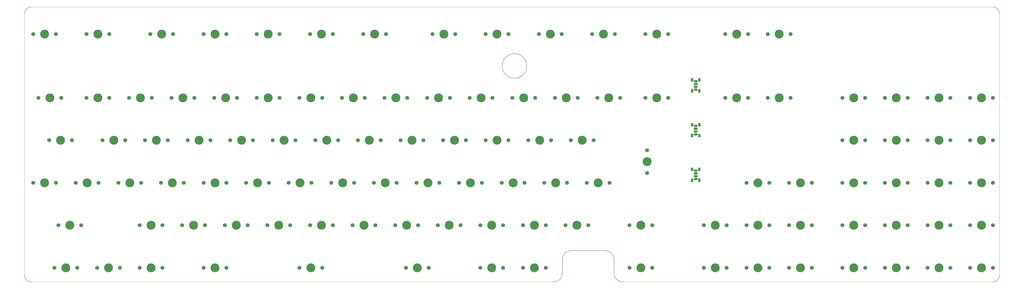
<source format=gbr>
%TF.GenerationSoftware,KiCad,Pcbnew,(6.99.0-5337-gc57e6db79a-dirty)*%
%TF.CreationDate,2023-02-22T22:35:33-05:00*%
%TF.ProjectId,necpc8801typea,6e656370-6338-4383-9031-74797065612e,rev?*%
%TF.SameCoordinates,Original*%
%TF.FileFunction,Soldermask,Top*%
%TF.FilePolarity,Negative*%
%FSLAX46Y46*%
G04 Gerber Fmt 4.6, Leading zero omitted, Abs format (unit mm)*
G04 Created by KiCad (PCBNEW (6.99.0-5337-gc57e6db79a-dirty)) date 2023-02-22 22:35:33*
%MOMM*%
%LPD*%
G01*
G04 APERTURE LIST*
%ADD10R,1.000000X1.500000*%
%ADD11O,1.800000X1.070000*%
%ADD12R,1.800000X1.070000*%
%ADD13C,1.750000*%
%ADD14C,3.987800*%
%TA.AperFunction,Profile*%
%ADD15C,0.150000*%
%TD*%
%TA.AperFunction,Profile*%
%ADD16C,0.050000*%
%TD*%
%TA.AperFunction,Profile*%
%ADD17C,0.200000*%
%TD*%
G04 APERTURE END LIST*
D10*
%TO.C,LED1*%
X303024999Y-40649999D03*
D11*
X301424999Y-43734999D03*
D10*
X299824999Y-40649999D03*
D11*
X301424999Y-41194999D03*
D12*
X301424999Y-42464999D03*
D10*
X299824999Y-45549999D03*
D11*
X301424999Y-45004999D03*
D10*
X303024999Y-45549999D03*
%TD*%
%TO.C,LED2*%
X303024999Y-60649999D03*
D11*
X301424999Y-63734999D03*
D10*
X299824999Y-60649999D03*
D11*
X301424999Y-61194999D03*
D12*
X301424999Y-62464999D03*
D10*
X299824999Y-65549999D03*
D11*
X301424999Y-65004999D03*
D10*
X303024999Y-65549999D03*
%TD*%
%TO.C,LED3*%
X303024999Y-80649999D03*
D11*
X301424999Y-83734999D03*
D10*
X299824999Y-80649999D03*
D11*
X301424999Y-81194999D03*
D12*
X301424999Y-82464999D03*
D10*
X299824999Y-85549999D03*
D11*
X301424999Y-85004999D03*
D10*
X303024999Y-85549999D03*
%TD*%
D13*
%TO.C,SW_REXTRA_1*%
X271865000Y-124665000D03*
D14*
X276945000Y-124665000D03*
D13*
X282025000Y-124665000D03*
%TD*%
%TO.C,SW_L_1*%
X195865000Y-86665000D03*
D14*
X200945000Y-86665000D03*
D13*
X206025000Y-86665000D03*
%TD*%
%TO.C,SW_ARRREXT1*%
X343115000Y-124665000D03*
D14*
X348195000Y-124665000D03*
D13*
X353275000Y-124665000D03*
%TD*%
%TO.C,SW_TAB_1*%
X12990000Y-67665000D03*
D14*
X18070000Y-67665000D03*
D13*
X23150000Y-67665000D03*
%TD*%
%TO.C,SW_KP7_1*%
X366865000Y-67665000D03*
D14*
X371945000Y-67665000D03*
D13*
X377025000Y-67665000D03*
%TD*%
%TO.C,SW_9_1*%
X181615000Y-48665000D03*
D14*
X186695000Y-48665000D03*
D13*
X191775000Y-48665000D03*
%TD*%
%TO.C,SW_ARRLEXT1*%
X305115000Y-124665000D03*
D14*
X310195000Y-124665000D03*
D13*
X315275000Y-124665000D03*
%TD*%
%TO.C,SW_KP4_1*%
X366865000Y-86665000D03*
D14*
X371945000Y-86665000D03*
D13*
X377025000Y-86665000D03*
%TD*%
%TO.C,SW_1_1*%
X29615000Y-48665000D03*
D14*
X34695000Y-48665000D03*
D13*
X39775000Y-48665000D03*
%TD*%
%TO.C,SW_RLD_1*%
X333615000Y-20165000D03*
D14*
X338695000Y-20165000D03*
D13*
X343775000Y-20165000D03*
%TD*%
%TO.C,SW_EQ_1*%
X238615000Y-48665000D03*
D14*
X243695000Y-48665000D03*
D13*
X248775000Y-48665000D03*
%TD*%
%TO.C,SW_RIGHT_1*%
X343115000Y-105665000D03*
D14*
X348195000Y-105665000D03*
D13*
X353275000Y-105665000D03*
%TD*%
%TO.C,SW_KPCOM_1*%
X385865000Y-124665000D03*
D14*
X390945000Y-124665000D03*
D13*
X396025000Y-124665000D03*
%TD*%
%TO.C,SW_HS_1*%
X224365000Y-124665000D03*
D14*
X229445000Y-124665000D03*
D13*
X234525000Y-124665000D03*
%TD*%
%TO.C,SW_YEN_1*%
X257615000Y-48665000D03*
D14*
X262695000Y-48665000D03*
D13*
X267775000Y-48665000D03*
%TD*%
%TO.C,SW_F6_1*%
X183990000Y-20165000D03*
D14*
X189070000Y-20165000D03*
D13*
X194150000Y-20165000D03*
%TD*%
%TO.C,SW_KPPLUS_1*%
X423865000Y-86665000D03*
D14*
X428945000Y-86665000D03*
D13*
X434025000Y-86665000D03*
%TD*%
%TO.C,SW_F7_1*%
X207740000Y-20165000D03*
D14*
X212820000Y-20165000D03*
D13*
X217900000Y-20165000D03*
%TD*%
%TO.C,SW_Y_1*%
X131740000Y-67665000D03*
D14*
X136820000Y-67665000D03*
D13*
X141900000Y-67665000D03*
%TD*%
%TO.C,SW_F_1*%
X100865000Y-86665000D03*
D14*
X105945000Y-86665000D03*
D13*
X111025000Y-86665000D03*
%TD*%
%TO.C,SW_V_1*%
X110365000Y-105665000D03*
D14*
X115445000Y-105665000D03*
D13*
X120525000Y-105665000D03*
%TD*%
%TO.C,SW_X_1*%
X72365000Y-105665000D03*
D14*
X77445000Y-105665000D03*
D13*
X82525000Y-105665000D03*
%TD*%
%TO.C,SW_B_1*%
X129365000Y-105665000D03*
D14*
X134445000Y-105665000D03*
D13*
X139525000Y-105665000D03*
%TD*%
%TO.C,SW_KP2_1*%
X385865000Y-105665000D03*
D14*
X390945000Y-105665000D03*
D13*
X396025000Y-105665000D03*
%TD*%
%TO.C,SW_2_1*%
X48615000Y-48665000D03*
D14*
X53695000Y-48665000D03*
D13*
X58775000Y-48665000D03*
%TD*%
%TO.C,SW_COMMA_1*%
X186365000Y-105665000D03*
D14*
X191445000Y-105665000D03*
D13*
X196525000Y-105665000D03*
%TD*%
%TO.C,SW_PC_1*%
X205365000Y-124665000D03*
D14*
X210445000Y-124665000D03*
D13*
X215525000Y-124665000D03*
%TD*%
%TO.C,SW_URG_1*%
X252865000Y-86665000D03*
D14*
X257945000Y-86665000D03*
D13*
X263025000Y-86665000D03*
%TD*%
%TO.C,SW_E_1*%
X74740000Y-67665000D03*
D14*
X79820000Y-67665000D03*
D13*
X84900000Y-67665000D03*
%TD*%
%TO.C,SW_U_1*%
X150740000Y-67665000D03*
D14*
X155820000Y-67665000D03*
D13*
X160900000Y-67665000D03*
%TD*%
%TO.C,SW_J_1*%
X157865000Y-86665000D03*
D14*
X162945000Y-86665000D03*
D13*
X168025000Y-86665000D03*
%TD*%
%TO.C,SW_SUP_1*%
X34365000Y-124665000D03*
D14*
X39445000Y-124665000D03*
D13*
X44525000Y-124665000D03*
%TD*%
%TO.C,SW_F10_1*%
X278990000Y-20165000D03*
D14*
X284070000Y-20165000D03*
D13*
X289150000Y-20165000D03*
%TD*%
%TO.C,SW_M_1*%
X167365000Y-105665000D03*
D14*
X172445000Y-105665000D03*
D13*
X177525000Y-105665000D03*
%TD*%
%TO.C,SW_COPY_1*%
X29615000Y-20165000D03*
D14*
X34695000Y-20165000D03*
D13*
X39775000Y-20165000D03*
%TD*%
%TO.C,SW_ENT_1*%
X279770000Y-72085000D03*
D14*
X279770000Y-77165000D03*
D13*
X279770000Y-82245000D03*
%TD*%
%TO.C,SW_W_1*%
X55740000Y-67665000D03*
D14*
X60820000Y-67665000D03*
D13*
X65900000Y-67665000D03*
%TD*%
%TO.C,SW_5_1*%
X105615000Y-48665000D03*
D14*
X110695000Y-48665000D03*
D13*
X115775000Y-48665000D03*
%TD*%
%TO.C,SW_S_1*%
X62865000Y-86665000D03*
D14*
X67945000Y-86665000D03*
D13*
X73025000Y-86665000D03*
%TD*%
%TO.C,SW_CTRL_1*%
X5865000Y-86665000D03*
D14*
X10945000Y-86665000D03*
D13*
X16025000Y-86665000D03*
%TD*%
%TO.C,SW_LSH_1*%
X17115000Y-105665000D03*
D14*
X22195000Y-105665000D03*
D13*
X27275000Y-105665000D03*
%TD*%
%TO.C,SW_R_1*%
X93740000Y-67665000D03*
D14*
X98820000Y-67665000D03*
D13*
X103900000Y-67665000D03*
%TD*%
%TO.C,SW_D_1*%
X81865000Y-86665000D03*
D14*
X86945000Y-86665000D03*
D13*
X92025000Y-86665000D03*
%TD*%
%TO.C,SW_P_1*%
X207740000Y-67665000D03*
D14*
X212820000Y-67665000D03*
D13*
X217900000Y-67665000D03*
%TD*%
%TO.C,SW_C_1*%
X91365000Y-105665000D03*
D14*
X96445000Y-105665000D03*
D13*
X101525000Y-105665000D03*
%TD*%
%TO.C,SW_O_1*%
X188740000Y-67665000D03*
D14*
X193820000Y-67665000D03*
D13*
X198900000Y-67665000D03*
%TD*%
%TO.C,SW_F2_1*%
X81865000Y-20165000D03*
D14*
X86945000Y-20165000D03*
D13*
X92025000Y-20165000D03*
%TD*%
%TO.C,SW_F8_1*%
X231490000Y-20165000D03*
D14*
X236570000Y-20165000D03*
D13*
X241650000Y-20165000D03*
%TD*%
%TO.C,SW_FULL_1*%
X214865000Y-86665000D03*
D14*
X219945000Y-86665000D03*
D13*
X225025000Y-86665000D03*
%TD*%
%TO.C,SW_ESC_1*%
X8240000Y-48665000D03*
D14*
X13320000Y-48665000D03*
D13*
X18400000Y-48665000D03*
%TD*%
%TO.C,SW_0_1*%
X200615000Y-48665000D03*
D14*
X205695000Y-48665000D03*
D13*
X210775000Y-48665000D03*
%TD*%
%TO.C,SW_KPEQ_1*%
X423865000Y-105665000D03*
D14*
X428945000Y-105665000D03*
D13*
X434025000Y-105665000D03*
%TD*%
%TO.C,SW_WOW_1*%
X245740000Y-67665000D03*
D14*
X250820000Y-67665000D03*
D13*
X255900000Y-67665000D03*
%TD*%
%TO.C,SW_KPCLR_1*%
X366865000Y-48665000D03*
D14*
X371945000Y-48665000D03*
D13*
X377025000Y-48665000D03*
%TD*%
%TO.C,SW_BS_1*%
X278990000Y-48665000D03*
D14*
X284070000Y-48665000D03*
D13*
X289150000Y-48665000D03*
%TD*%
%TO.C,SW_KP9_1*%
X404865000Y-67665000D03*
D14*
X409945000Y-67665000D03*
D13*
X415025000Y-67665000D03*
%TD*%
%TO.C,SW_K_1*%
X176865000Y-86665000D03*
D14*
X181945000Y-86665000D03*
D13*
X187025000Y-86665000D03*
%TD*%
%TO.C,SW_Q_1*%
X36740000Y-67665000D03*
D14*
X41820000Y-67665000D03*
D13*
X46900000Y-67665000D03*
%TD*%
%TO.C,SW_DEL_1*%
X333615000Y-48665000D03*
D14*
X338695000Y-48665000D03*
D13*
X343775000Y-48665000D03*
%TD*%
%TO.C,SW_MINUS_1*%
X219615000Y-48665000D03*
D14*
X224695000Y-48665000D03*
D13*
X229775000Y-48665000D03*
%TD*%
%TO.C,SW_KPPER_1*%
X404865000Y-124665000D03*
D14*
X409945000Y-124665000D03*
D13*
X415025000Y-124665000D03*
%TD*%
%TO.C,SW_Z_1*%
X53365000Y-105665000D03*
D14*
X58445000Y-105665000D03*
D13*
X63525000Y-105665000D03*
%TD*%
%TO.C,SW_F9_1*%
X255240000Y-20165000D03*
D14*
X260320000Y-20165000D03*
D13*
X265400000Y-20165000D03*
%TD*%
%TO.C,SW_F4_1*%
X129365000Y-20165000D03*
D14*
X134445000Y-20165000D03*
D13*
X139525000Y-20165000D03*
%TD*%
%TO.C,SW_A_1*%
X43865000Y-86665000D03*
D14*
X48945000Y-86665000D03*
D13*
X54025000Y-86665000D03*
%TD*%
%TO.C,SW_LEFT_1*%
X305115000Y-105665000D03*
D14*
X310195000Y-105665000D03*
D13*
X315275000Y-105665000D03*
%TD*%
%TO.C,SW_KPMULT_1*%
X423865000Y-67665000D03*
D14*
X428945000Y-67665000D03*
D13*
X434025000Y-67665000D03*
%TD*%
%TO.C,SW_KP5_1*%
X385865000Y-86665000D03*
D14*
X390945000Y-86665000D03*
D13*
X396025000Y-86665000D03*
%TD*%
%TO.C,SW_ARRDEXT1*%
X324115000Y-124665000D03*
D14*
X329195000Y-124665000D03*
D13*
X334275000Y-124665000D03*
%TD*%
%TO.C,SW_AT_1*%
X226740000Y-67665000D03*
D14*
X231820000Y-67665000D03*
D13*
X236900000Y-67665000D03*
%TD*%
%TO.C,SW_ALT_1*%
X53365000Y-124665000D03*
D14*
X58445000Y-124665000D03*
D13*
X63525000Y-124665000D03*
%TD*%
%TO.C,SW_STP_1*%
X5865000Y-20165000D03*
D14*
X10945000Y-20165000D03*
D13*
X16025000Y-20165000D03*
%TD*%
%TO.C,SW_ARRUPEXT_1*%
X343115000Y-86665000D03*
D14*
X348195000Y-86665000D03*
D13*
X353275000Y-86665000D03*
%TD*%
%TO.C,SW_AMOG_1*%
X243365000Y-105665000D03*
D14*
X248445000Y-105665000D03*
D13*
X253525000Y-105665000D03*
%TD*%
%TO.C,SW_KP1_1*%
X366865000Y-105665000D03*
D14*
X371945000Y-105665000D03*
D13*
X377025000Y-105665000D03*
%TD*%
%TO.C,SW_KPDIV_1*%
X423865000Y-48665000D03*
D14*
X428945000Y-48665000D03*
D13*
X434025000Y-48665000D03*
%TD*%
%TO.C,SW_H_1*%
X138865000Y-86665000D03*
D14*
X143945000Y-86665000D03*
D13*
X149025000Y-86665000D03*
%TD*%
%TO.C,SW_8_1*%
X162615000Y-48665000D03*
D14*
X167695000Y-48665000D03*
D13*
X172775000Y-48665000D03*
%TD*%
%TO.C,SW_T_1*%
X112740000Y-67665000D03*
D14*
X117820000Y-67665000D03*
D13*
X122900000Y-67665000D03*
%TD*%
%TO.C,SW_KPMIN_1*%
X404865000Y-48665000D03*
D14*
X409945000Y-48665000D03*
D13*
X415025000Y-48665000D03*
%TD*%
%TO.C,SW_N_1*%
X148365000Y-105665000D03*
D14*
X153445000Y-105665000D03*
D13*
X158525000Y-105665000D03*
%TD*%
%TO.C,SW_F5_1*%
X153115000Y-20165000D03*
D14*
X158195000Y-20165000D03*
D13*
X163275000Y-20165000D03*
%TD*%
%TO.C,SW_KPHELP_1*%
X385865000Y-48665000D03*
D14*
X390945000Y-48665000D03*
D13*
X396025000Y-48665000D03*
%TD*%
%TO.C,SW_SMCH_1*%
X233865000Y-86665000D03*
D14*
X238945000Y-86665000D03*
D13*
X244025000Y-86665000D03*
%TD*%
%TO.C,SW_KP0_1*%
X366865000Y-124665000D03*
D14*
X371945000Y-124665000D03*
D13*
X377025000Y-124665000D03*
%TD*%
%TO.C,SW_KP3_1*%
X404865000Y-105665000D03*
D14*
X409945000Y-105665000D03*
D13*
X415025000Y-105665000D03*
%TD*%
%TO.C,SW_SP3_1*%
X172115000Y-124665000D03*
D14*
X177195000Y-124665000D03*
D13*
X182275000Y-124665000D03*
%TD*%
%TO.C,SW_SP1_1*%
X81865000Y-124665000D03*
D14*
X86945000Y-124665000D03*
D13*
X92025000Y-124665000D03*
%TD*%
%TO.C,SW_4_1*%
X86615000Y-48665000D03*
D14*
X91695000Y-48665000D03*
D13*
X96775000Y-48665000D03*
%TD*%
%TO.C,SW_RLU_1*%
X314615000Y-20165000D03*
D14*
X319695000Y-20165000D03*
D13*
X324775000Y-20165000D03*
%TD*%
%TO.C,SW_7_1*%
X143615000Y-48665000D03*
D14*
X148695000Y-48665000D03*
D13*
X153775000Y-48665000D03*
%TD*%
%TO.C,SW_F1_1*%
X58115000Y-20165000D03*
D14*
X63195000Y-20165000D03*
D13*
X68275000Y-20165000D03*
%TD*%
%TO.C,SW_SLASH_1*%
X224365000Y-105665000D03*
D14*
X229445000Y-105665000D03*
D13*
X234525000Y-105665000D03*
%TD*%
%TO.C,SW_UP_1*%
X324115000Y-86665000D03*
D14*
X329195000Y-86665000D03*
D13*
X334275000Y-86665000D03*
%TD*%
%TO.C,SW_6_1*%
X124615000Y-48665000D03*
D14*
X129695000Y-48665000D03*
D13*
X134775000Y-48665000D03*
%TD*%
%TO.C,SW_CAPS_1*%
X24865000Y-86665000D03*
D14*
X29945000Y-86665000D03*
D13*
X35025000Y-86665000D03*
%TD*%
%TO.C,SW_INS_1*%
X314615000Y-48665000D03*
D14*
X319695000Y-48665000D03*
D13*
X324775000Y-48665000D03*
%TD*%
%TO.C,SW_3_1*%
X67615000Y-48665000D03*
D14*
X72695000Y-48665000D03*
D13*
X77775000Y-48665000D03*
%TD*%
%TO.C,SW_KPENT_1*%
X423865000Y-124665000D03*
D14*
X428945000Y-124665000D03*
D13*
X434025000Y-124665000D03*
%TD*%
%TO.C,SW_DOWN_1*%
X324115000Y-105665000D03*
D14*
X329195000Y-105665000D03*
D13*
X334275000Y-105665000D03*
%TD*%
%TO.C,SW_PER_1*%
X205365000Y-105665000D03*
D14*
X210445000Y-105665000D03*
D13*
X215525000Y-105665000D03*
%TD*%
%TO.C,SW_SP2_1*%
X124615000Y-124665000D03*
D14*
X129695000Y-124665000D03*
D13*
X134775000Y-124665000D03*
%TD*%
%TO.C,SW_LCTRLEX_1*%
X15365000Y-124665000D03*
D14*
X20445000Y-124665000D03*
D13*
X25525000Y-124665000D03*
%TD*%
%TO.C,SW_G_1*%
X119865000Y-86665000D03*
D14*
X124945000Y-86665000D03*
D13*
X130025000Y-86665000D03*
%TD*%
%TO.C,SW_I_1*%
X169740000Y-67665000D03*
D14*
X174820000Y-67665000D03*
D13*
X179900000Y-67665000D03*
%TD*%
%TO.C,SW_KP6_1*%
X404865000Y-86665000D03*
D14*
X409945000Y-86665000D03*
D13*
X415025000Y-86665000D03*
%TD*%
%TO.C,SW_KP8_1*%
X385865000Y-67665000D03*
D14*
X390945000Y-67665000D03*
D13*
X396025000Y-67665000D03*
%TD*%
%TO.C,SW_RSH_1*%
X271865000Y-105665000D03*
D14*
X276945000Y-105665000D03*
D13*
X282025000Y-105665000D03*
%TD*%
%TO.C,SW_F3_1*%
X105615000Y-20165000D03*
D14*
X110695000Y-20165000D03*
D13*
X115775000Y-20165000D03*
%TD*%
D15*
X434000000Y-131000000D02*
G75*
G03*
X437000000Y-128000000I0J3000000D01*
G01*
X2000000Y-128000000D02*
G75*
G03*
X5000000Y-131000000I3000000J0D01*
G01*
D16*
X5000000Y-131000000D02*
X238000000Y-131000000D01*
X437000000Y-128000000D02*
X437000000Y-11000000D01*
X2000000Y-11000000D02*
X2000000Y-128000000D01*
X434000000Y-8000000D02*
X5000000Y-8000000D01*
D17*
X238000000Y-131000000D02*
G75*
G03*
X242000000Y-127000000I0J4000000D01*
G01*
X265000000Y-121000000D02*
G75*
G03*
X261000000Y-117000000I-4000000J0D01*
G01*
X242000000Y-127000000D02*
X242000000Y-121000000D01*
D15*
X5000000Y-8000001D02*
G75*
G03*
X2000001Y-11000000I-16670J-2983329D01*
G01*
D17*
X265000000Y-121000000D02*
X265000000Y-127000000D01*
D15*
X437000000Y-11000000D02*
G75*
G03*
X434000000Y-8000000I-3000000J0D01*
G01*
D17*
X246000000Y-117000000D02*
G75*
G03*
X242000000Y-121000000I0J-4000000D01*
G01*
X246000000Y-117000000D02*
X261000000Y-117000000D01*
X226100990Y-34400000D02*
G75*
G03*
X226100990Y-34400000I-5500000J0D01*
G01*
D16*
X269000000Y-131000000D02*
X434000000Y-131000000D01*
D17*
X265000000Y-127000000D02*
G75*
G03*
X269000000Y-131000000I4000000J0D01*
G01*
D16*
X250550000Y-131000000D02*
X250550000Y-131000000D01*
M02*

</source>
